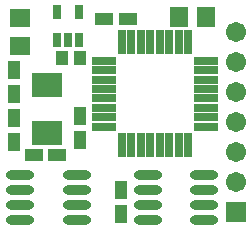
<source format=gts>
G04 Layer_Color=8388736*
%FSLAX44Y44*%
%MOMM*%
G71*
G01*
G75*
%ADD30R,1.6532X1.5532*%
%ADD31R,1.5532X1.6532*%
%ADD32R,0.8032X1.2032*%
%ADD33R,2.0032X0.6532*%
%ADD34R,0.6532X2.0032*%
%ADD35R,1.0922X1.2192*%
%ADD36R,1.1032X1.5032*%
%ADD37R,1.5032X1.1032*%
%ADD38O,2.4032X0.8032*%
%ADD39R,2.6032X2.1032*%
%ADD40C,1.7032*%
%ADD41R,1.7032X1.7032*%
D30*
X264160Y430850D02*
D03*
Y407350D02*
D03*
D31*
X421960Y431800D02*
D03*
X398460D02*
D03*
D32*
X295300Y436180D02*
D03*
X314300D02*
D03*
Y412180D02*
D03*
X304800D02*
D03*
X295300D02*
D03*
D33*
X334959Y395030D02*
D03*
Y387030D02*
D03*
Y379030D02*
D03*
Y371030D02*
D03*
Y363030D02*
D03*
Y355030D02*
D03*
Y347030D02*
D03*
Y339030D02*
D03*
X421959D02*
D03*
Y347030D02*
D03*
Y355030D02*
D03*
Y363030D02*
D03*
Y371030D02*
D03*
Y379030D02*
D03*
Y387030D02*
D03*
Y395030D02*
D03*
D34*
X350459Y323530D02*
D03*
X358459D02*
D03*
X366459D02*
D03*
X374459D02*
D03*
X382459D02*
D03*
X390459D02*
D03*
X398459D02*
D03*
X406459D02*
D03*
Y410530D02*
D03*
X398459D02*
D03*
X390459D02*
D03*
X382459D02*
D03*
X374459D02*
D03*
X366459D02*
D03*
X358459D02*
D03*
X350459D02*
D03*
D35*
X299720Y397510D02*
D03*
X314960D02*
D03*
D36*
X259080Y346550D02*
D03*
Y326550D02*
D03*
Y367190D02*
D03*
Y387190D02*
D03*
X349250Y265590D02*
D03*
Y285590D02*
D03*
X314960Y347820D02*
D03*
Y327820D02*
D03*
D37*
X275750Y314960D02*
D03*
X295750D02*
D03*
X335439Y430530D02*
D03*
X355439D02*
D03*
D38*
X312290Y260350D02*
D03*
Y273050D02*
D03*
Y285750D02*
D03*
Y298450D02*
D03*
X264290Y260350D02*
D03*
Y273050D02*
D03*
Y285750D02*
D03*
Y298450D02*
D03*
X420240Y260350D02*
D03*
Y273050D02*
D03*
Y285750D02*
D03*
Y298450D02*
D03*
X372240Y260350D02*
D03*
Y273050D02*
D03*
Y285750D02*
D03*
Y298450D02*
D03*
D39*
X287020Y333830D02*
D03*
Y374830D02*
D03*
D40*
X447040Y419100D02*
D03*
Y393700D02*
D03*
Y368300D02*
D03*
Y342900D02*
D03*
Y292100D02*
D03*
Y317500D02*
D03*
D41*
Y266700D02*
D03*
M02*

</source>
